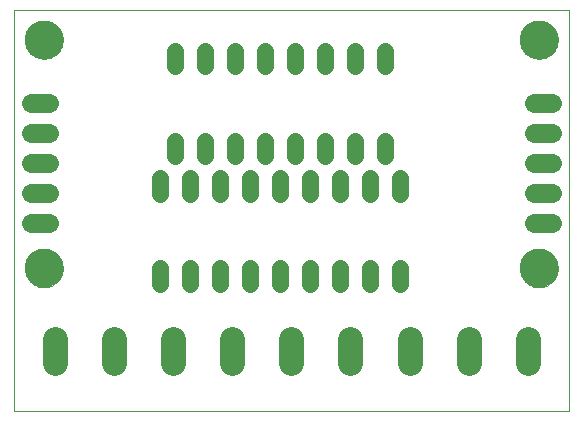
<source format=gbs>
G75*
G70*
%OFA0B0*%
%FSLAX24Y24*%
%IPPOS*%
%LPD*%
%AMOC8*
5,1,8,0,0,1.08239X$1,22.5*
%
%ADD10C,0.0000*%
%ADD11C,0.1300*%
%ADD12C,0.0560*%
%ADD13C,0.0640*%
%ADD14C,0.0820*%
D10*
X000190Y000181D02*
X000190Y013552D01*
X018685Y013552D01*
X018685Y000181D01*
X000190Y000181D01*
X000560Y004931D02*
X000562Y004981D01*
X000568Y005031D01*
X000578Y005080D01*
X000592Y005128D01*
X000609Y005175D01*
X000630Y005220D01*
X000655Y005264D01*
X000683Y005305D01*
X000715Y005344D01*
X000749Y005381D01*
X000786Y005415D01*
X000826Y005445D01*
X000868Y005472D01*
X000912Y005496D01*
X000958Y005517D01*
X001005Y005533D01*
X001053Y005546D01*
X001103Y005555D01*
X001152Y005560D01*
X001203Y005561D01*
X001253Y005558D01*
X001302Y005551D01*
X001351Y005540D01*
X001399Y005525D01*
X001445Y005507D01*
X001490Y005485D01*
X001533Y005459D01*
X001574Y005430D01*
X001613Y005398D01*
X001649Y005363D01*
X001681Y005325D01*
X001711Y005285D01*
X001738Y005242D01*
X001761Y005198D01*
X001780Y005152D01*
X001796Y005104D01*
X001808Y005055D01*
X001816Y005006D01*
X001820Y004956D01*
X001820Y004906D01*
X001816Y004856D01*
X001808Y004807D01*
X001796Y004758D01*
X001780Y004710D01*
X001761Y004664D01*
X001738Y004620D01*
X001711Y004577D01*
X001681Y004537D01*
X001649Y004499D01*
X001613Y004464D01*
X001574Y004432D01*
X001533Y004403D01*
X001490Y004377D01*
X001445Y004355D01*
X001399Y004337D01*
X001351Y004322D01*
X001302Y004311D01*
X001253Y004304D01*
X001203Y004301D01*
X001152Y004302D01*
X001103Y004307D01*
X001053Y004316D01*
X001005Y004329D01*
X000958Y004345D01*
X000912Y004366D01*
X000868Y004390D01*
X000826Y004417D01*
X000786Y004447D01*
X000749Y004481D01*
X000715Y004518D01*
X000683Y004557D01*
X000655Y004598D01*
X000630Y004642D01*
X000609Y004687D01*
X000592Y004734D01*
X000578Y004782D01*
X000568Y004831D01*
X000562Y004881D01*
X000560Y004931D01*
X000560Y012556D02*
X000562Y012606D01*
X000568Y012656D01*
X000578Y012705D01*
X000592Y012753D01*
X000609Y012800D01*
X000630Y012845D01*
X000655Y012889D01*
X000683Y012930D01*
X000715Y012969D01*
X000749Y013006D01*
X000786Y013040D01*
X000826Y013070D01*
X000868Y013097D01*
X000912Y013121D01*
X000958Y013142D01*
X001005Y013158D01*
X001053Y013171D01*
X001103Y013180D01*
X001152Y013185D01*
X001203Y013186D01*
X001253Y013183D01*
X001302Y013176D01*
X001351Y013165D01*
X001399Y013150D01*
X001445Y013132D01*
X001490Y013110D01*
X001533Y013084D01*
X001574Y013055D01*
X001613Y013023D01*
X001649Y012988D01*
X001681Y012950D01*
X001711Y012910D01*
X001738Y012867D01*
X001761Y012823D01*
X001780Y012777D01*
X001796Y012729D01*
X001808Y012680D01*
X001816Y012631D01*
X001820Y012581D01*
X001820Y012531D01*
X001816Y012481D01*
X001808Y012432D01*
X001796Y012383D01*
X001780Y012335D01*
X001761Y012289D01*
X001738Y012245D01*
X001711Y012202D01*
X001681Y012162D01*
X001649Y012124D01*
X001613Y012089D01*
X001574Y012057D01*
X001533Y012028D01*
X001490Y012002D01*
X001445Y011980D01*
X001399Y011962D01*
X001351Y011947D01*
X001302Y011936D01*
X001253Y011929D01*
X001203Y011926D01*
X001152Y011927D01*
X001103Y011932D01*
X001053Y011941D01*
X001005Y011954D01*
X000958Y011970D01*
X000912Y011991D01*
X000868Y012015D01*
X000826Y012042D01*
X000786Y012072D01*
X000749Y012106D01*
X000715Y012143D01*
X000683Y012182D01*
X000655Y012223D01*
X000630Y012267D01*
X000609Y012312D01*
X000592Y012359D01*
X000578Y012407D01*
X000568Y012456D01*
X000562Y012506D01*
X000560Y012556D01*
X017060Y012556D02*
X017062Y012606D01*
X017068Y012656D01*
X017078Y012705D01*
X017092Y012753D01*
X017109Y012800D01*
X017130Y012845D01*
X017155Y012889D01*
X017183Y012930D01*
X017215Y012969D01*
X017249Y013006D01*
X017286Y013040D01*
X017326Y013070D01*
X017368Y013097D01*
X017412Y013121D01*
X017458Y013142D01*
X017505Y013158D01*
X017553Y013171D01*
X017603Y013180D01*
X017652Y013185D01*
X017703Y013186D01*
X017753Y013183D01*
X017802Y013176D01*
X017851Y013165D01*
X017899Y013150D01*
X017945Y013132D01*
X017990Y013110D01*
X018033Y013084D01*
X018074Y013055D01*
X018113Y013023D01*
X018149Y012988D01*
X018181Y012950D01*
X018211Y012910D01*
X018238Y012867D01*
X018261Y012823D01*
X018280Y012777D01*
X018296Y012729D01*
X018308Y012680D01*
X018316Y012631D01*
X018320Y012581D01*
X018320Y012531D01*
X018316Y012481D01*
X018308Y012432D01*
X018296Y012383D01*
X018280Y012335D01*
X018261Y012289D01*
X018238Y012245D01*
X018211Y012202D01*
X018181Y012162D01*
X018149Y012124D01*
X018113Y012089D01*
X018074Y012057D01*
X018033Y012028D01*
X017990Y012002D01*
X017945Y011980D01*
X017899Y011962D01*
X017851Y011947D01*
X017802Y011936D01*
X017753Y011929D01*
X017703Y011926D01*
X017652Y011927D01*
X017603Y011932D01*
X017553Y011941D01*
X017505Y011954D01*
X017458Y011970D01*
X017412Y011991D01*
X017368Y012015D01*
X017326Y012042D01*
X017286Y012072D01*
X017249Y012106D01*
X017215Y012143D01*
X017183Y012182D01*
X017155Y012223D01*
X017130Y012267D01*
X017109Y012312D01*
X017092Y012359D01*
X017078Y012407D01*
X017068Y012456D01*
X017062Y012506D01*
X017060Y012556D01*
X017060Y004931D02*
X017062Y004981D01*
X017068Y005031D01*
X017078Y005080D01*
X017092Y005128D01*
X017109Y005175D01*
X017130Y005220D01*
X017155Y005264D01*
X017183Y005305D01*
X017215Y005344D01*
X017249Y005381D01*
X017286Y005415D01*
X017326Y005445D01*
X017368Y005472D01*
X017412Y005496D01*
X017458Y005517D01*
X017505Y005533D01*
X017553Y005546D01*
X017603Y005555D01*
X017652Y005560D01*
X017703Y005561D01*
X017753Y005558D01*
X017802Y005551D01*
X017851Y005540D01*
X017899Y005525D01*
X017945Y005507D01*
X017990Y005485D01*
X018033Y005459D01*
X018074Y005430D01*
X018113Y005398D01*
X018149Y005363D01*
X018181Y005325D01*
X018211Y005285D01*
X018238Y005242D01*
X018261Y005198D01*
X018280Y005152D01*
X018296Y005104D01*
X018308Y005055D01*
X018316Y005006D01*
X018320Y004956D01*
X018320Y004906D01*
X018316Y004856D01*
X018308Y004807D01*
X018296Y004758D01*
X018280Y004710D01*
X018261Y004664D01*
X018238Y004620D01*
X018211Y004577D01*
X018181Y004537D01*
X018149Y004499D01*
X018113Y004464D01*
X018074Y004432D01*
X018033Y004403D01*
X017990Y004377D01*
X017945Y004355D01*
X017899Y004337D01*
X017851Y004322D01*
X017802Y004311D01*
X017753Y004304D01*
X017703Y004301D01*
X017652Y004302D01*
X017603Y004307D01*
X017553Y004316D01*
X017505Y004329D01*
X017458Y004345D01*
X017412Y004366D01*
X017368Y004390D01*
X017326Y004417D01*
X017286Y004447D01*
X017249Y004481D01*
X017215Y004518D01*
X017183Y004557D01*
X017155Y004598D01*
X017130Y004642D01*
X017109Y004687D01*
X017092Y004734D01*
X017078Y004782D01*
X017068Y004831D01*
X017062Y004881D01*
X017060Y004931D01*
D11*
X017690Y004931D03*
X017690Y012556D03*
X001190Y012556D03*
X001190Y004931D03*
D12*
X005065Y004941D02*
X005065Y004421D01*
X006065Y004421D02*
X006065Y004941D01*
X007065Y004941D02*
X007065Y004421D01*
X008065Y004421D02*
X008065Y004941D01*
X009065Y004941D02*
X009065Y004421D01*
X010065Y004421D02*
X010065Y004941D01*
X011065Y004941D02*
X011065Y004421D01*
X012065Y004421D02*
X012065Y004941D01*
X013065Y004941D02*
X013065Y004421D01*
X013065Y007421D02*
X013065Y007941D01*
X012565Y008671D02*
X012565Y009191D01*
X011565Y009191D02*
X011565Y008671D01*
X012065Y007941D02*
X012065Y007421D01*
X011065Y007421D02*
X011065Y007941D01*
X010065Y007941D02*
X010065Y007421D01*
X009065Y007421D02*
X009065Y007941D01*
X009565Y008671D02*
X009565Y009191D01*
X010565Y009191D02*
X010565Y008671D01*
X008565Y008671D02*
X008565Y009191D01*
X007565Y009191D02*
X007565Y008671D01*
X008065Y007941D02*
X008065Y007421D01*
X007065Y007421D02*
X007065Y007941D01*
X006065Y007941D02*
X006065Y007421D01*
X005065Y007421D02*
X005065Y007941D01*
X005565Y008671D02*
X005565Y009191D01*
X006565Y009191D02*
X006565Y008671D01*
X006565Y011671D02*
X006565Y012191D01*
X005565Y012191D02*
X005565Y011671D01*
X007565Y011671D02*
X007565Y012191D01*
X008565Y012191D02*
X008565Y011671D01*
X009565Y011671D02*
X009565Y012191D01*
X010565Y012191D02*
X010565Y011671D01*
X011565Y011671D02*
X011565Y012191D01*
X012565Y012191D02*
X012565Y011671D01*
D13*
X017515Y010431D02*
X018115Y010431D01*
X018115Y009431D02*
X017515Y009431D01*
X017515Y008431D02*
X018115Y008431D01*
X018115Y007431D02*
X017515Y007431D01*
X017515Y006431D02*
X018115Y006431D01*
X001365Y006431D02*
X000765Y006431D01*
X000765Y007431D02*
X001365Y007431D01*
X001365Y008431D02*
X000765Y008431D01*
X000765Y009431D02*
X001365Y009431D01*
X001365Y010431D02*
X000765Y010431D01*
D14*
X001560Y002571D02*
X001560Y001791D01*
X003530Y001791D02*
X003530Y002571D01*
X005490Y002571D02*
X005490Y001791D01*
X007470Y001791D02*
X007470Y002571D01*
X009440Y002571D02*
X009440Y001791D01*
X011410Y001791D02*
X011410Y002571D01*
X013390Y002571D02*
X013390Y001791D01*
X015350Y001791D02*
X015350Y002571D01*
X017320Y002571D02*
X017320Y001791D01*
M02*

</source>
